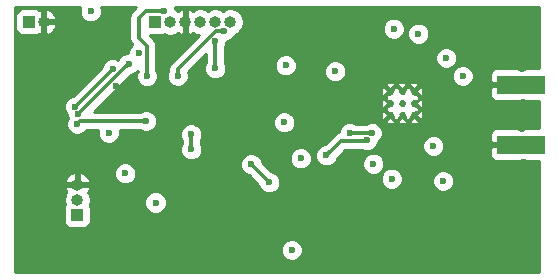
<source format=gbr>
G04 #@! TF.FileFunction,Copper,L4,Bot,Signal*
%FSLAX46Y46*%
G04 Gerber Fmt 4.6, Leading zero omitted, Abs format (unit mm)*
G04 Created by KiCad (PCBNEW 4.0.6) date Mon Mar 20 23:38:24 2017*
%MOMM*%
%LPD*%
G01*
G04 APERTURE LIST*
%ADD10C,0.100000*%
%ADD11R,4.064000X1.524000*%
%ADD12C,0.762000*%
%ADD13C,0.300000*%
%ADD14R,1.000000X1.000000*%
%ADD15O,1.000000X1.000000*%
%ADD16C,0.600000*%
%ADD17C,0.304800*%
%ADD18C,0.250000*%
%ADD19C,0.305000*%
%ADD20C,0.254000*%
G04 APERTURE END LIST*
D10*
D11*
X10033000Y-3291840D03*
X10033000Y1788160D03*
D12*
X11601000Y1448160D03*
X11601000Y2148160D03*
X10601000Y1448160D03*
X9601000Y1448160D03*
X9601000Y2148160D03*
X10601000Y2148160D03*
X11601000Y-2951840D03*
X10601000Y-2951840D03*
X9601000Y-2951840D03*
X9601000Y-3651840D03*
X10601000Y-3651840D03*
X11601000Y-3651840D03*
D13*
X-50800Y228600D03*
X949200Y228600D03*
X949200Y-771400D03*
X-50800Y-771400D03*
X-1050800Y-771400D03*
X-1050800Y1228600D03*
X-50800Y1228600D03*
X949200Y1228600D03*
X-1050800Y228600D03*
D14*
X-31648400Y7112000D03*
D15*
X-30378400Y7112000D03*
D14*
X-20955000Y7112000D03*
D15*
X-19685000Y7112000D03*
X-18415000Y7112000D03*
X-17145000Y7112000D03*
X-15875000Y7112000D03*
X-14605000Y7112000D03*
D14*
X-27559000Y-9220200D03*
D15*
X-27559000Y-7950200D03*
X-27559000Y-6680200D03*
D16*
X7239000Y-1778000D03*
X7239000Y381000D03*
X-25019000Y-13335000D03*
X-3149600Y4661000D03*
X-9017000Y2540000D03*
X8890000Y-11303000D03*
X-24297062Y1691062D03*
X-26416000Y6604000D03*
X-24003000Y-4572000D03*
X-10160000Y-5080000D03*
X-9144000Y-254000D03*
X-8001000Y-1397000D03*
X-2565400Y2768600D03*
X-28676600Y6273800D03*
X-5715000Y2921000D03*
X-26416000Y8001000D03*
X-10033000Y-1397000D03*
X-9906000Y3429000D03*
X-8636000Y-4445000D03*
X3683000Y4064000D03*
X5080000Y2540000D03*
X-23495000Y-5715000D03*
X-24892000Y-2286000D03*
X-22326600Y4445000D03*
X-9398000Y-12192000D03*
X-20928260Y-8178800D03*
X-762000Y6527800D03*
X3429000Y-6350000D03*
X-2489200Y-4902200D03*
X-939800Y-6172200D03*
X1320800Y6121400D03*
X2590800Y-3403600D03*
X-17907000Y-3683000D03*
X-17907000Y-2413000D03*
X-15875000Y3175000D03*
X-15875000Y5461000D03*
X-27752647Y-63567D03*
X-24561800Y3098800D03*
X-23190200Y3581400D03*
X-27482800Y-711200D03*
X-21717000Y-1270000D03*
X-27559000Y-1524000D03*
X-15113000Y6350000D03*
X-19050000Y2540000D03*
X-4495800Y-2286000D03*
X-2616200Y-2286000D03*
X-6477000Y-4191000D03*
X-3048000Y-2921000D03*
X-20193000Y8077200D03*
X-21640800Y2514600D03*
X-11303000Y-6477000D03*
X-12827000Y-4953000D03*
D17*
X-17907000Y-2413000D02*
X-17907000Y-3683000D01*
X-15875000Y5461000D02*
X-15875000Y3175000D01*
X-24561800Y3098800D02*
X-27724167Y-63567D01*
D18*
X-27724167Y-63567D02*
X-27752647Y-63567D01*
X-23393400Y3378200D02*
X-23190200Y3581400D01*
D17*
X-27482800Y-711200D02*
X-23393400Y3378200D01*
X-21717000Y-1270000D02*
X-27305000Y-1270000D01*
X-27305000Y-1270000D02*
X-27559000Y-1524000D01*
D19*
X-19050000Y3106070D02*
X-15806070Y6350000D01*
X-15806070Y6350000D02*
X-15113000Y6350000D01*
X-19050000Y2540000D02*
X-19050000Y3106070D01*
D17*
X-2616200Y-2286000D02*
X-4495800Y-2286000D01*
X-6299200Y-4068100D02*
X-6168100Y-3937000D01*
X-6168100Y-3937000D02*
X-5191200Y-2960100D01*
X-6477000Y-4191000D02*
X-6223000Y-3937000D01*
X-6223000Y-3937000D02*
X-6168100Y-3937000D01*
X-5191200Y-2960100D02*
X-4724400Y-2960100D01*
X-2997200Y-2960100D02*
X-4724400Y-2960100D01*
X-3048000Y-2960100D02*
X-2997200Y-2960100D01*
X-3048000Y-2921000D02*
X-3048000Y-2960100D01*
D18*
X-4724400Y-2960100D02*
X-4865100Y-2960100D01*
D17*
X-20193000Y8077200D02*
X-21717000Y8077200D01*
X-21717000Y8077200D02*
X-22352000Y7442200D01*
X-22352000Y7442200D02*
X-22352000Y5765800D01*
X-22352000Y5765800D02*
X-21640800Y5054600D01*
X-21640800Y5054600D02*
X-21640800Y2514600D01*
X-12827000Y-4953000D02*
X-11303000Y-6477000D01*
D20*
G36*
X-27350838Y8187799D02*
X-27351162Y7815833D01*
X-27209117Y7472057D01*
X-26946327Y7208808D01*
X-26602799Y7066162D01*
X-26230833Y7065838D01*
X-25887057Y7207883D01*
X-25623808Y7470673D01*
X-25481162Y7814201D01*
X-25480838Y8186167D01*
X-25541095Y8332000D01*
X-22575752Y8332000D01*
X-22908776Y7998976D01*
X-23079463Y7743525D01*
X-23139400Y7442200D01*
X-23139400Y5765800D01*
X-23079463Y5464475D01*
X-22908776Y5209024D01*
X-22896742Y5196990D01*
X-23118792Y4975327D01*
X-23261438Y4631799D01*
X-23261538Y4516463D01*
X-23375367Y4516562D01*
X-23719143Y4374517D01*
X-23982392Y4111727D01*
X-24067788Y3906071D01*
X-24375001Y4033638D01*
X-24746967Y4033962D01*
X-25090743Y3891917D01*
X-25353992Y3629127D01*
X-25496638Y3285599D01*
X-25496645Y3277507D01*
X-27902588Y871564D01*
X-27937814Y871595D01*
X-28281590Y729550D01*
X-28544839Y466760D01*
X-28687485Y123232D01*
X-28687809Y-248734D01*
X-28545764Y-592510D01*
X-28417809Y-720689D01*
X-28417962Y-896367D01*
X-28364507Y-1025739D01*
X-28493838Y-1337201D01*
X-28494162Y-1709167D01*
X-28352117Y-2052943D01*
X-28089327Y-2316192D01*
X-27745799Y-2458838D01*
X-27373833Y-2459162D01*
X-27030057Y-2317117D01*
X-26769886Y-2057400D01*
X-25809481Y-2057400D01*
X-25826838Y-2099201D01*
X-25827162Y-2471167D01*
X-25685117Y-2814943D01*
X-25422327Y-3078192D01*
X-25078799Y-3220838D01*
X-24706833Y-3221162D01*
X-24363057Y-3079117D01*
X-24099808Y-2816327D01*
X-24009220Y-2598167D01*
X-18842162Y-2598167D01*
X-18700117Y-2941943D01*
X-18694400Y-2947670D01*
X-18694400Y-3147889D01*
X-18699192Y-3152673D01*
X-18841838Y-3496201D01*
X-18842162Y-3868167D01*
X-18700117Y-4211943D01*
X-18437327Y-4475192D01*
X-18093799Y-4617838D01*
X-17721833Y-4618162D01*
X-17378057Y-4476117D01*
X-17114808Y-4213327D01*
X-16972162Y-3869799D01*
X-16971838Y-3497833D01*
X-17113883Y-3154057D01*
X-17119600Y-3148330D01*
X-17119600Y-2948111D01*
X-17114808Y-2943327D01*
X-16972162Y-2599799D01*
X-16971838Y-2227833D01*
X-17113883Y-1884057D01*
X-17376673Y-1620808D01*
X-17469730Y-1582167D01*
X-10968162Y-1582167D01*
X-10826117Y-1925943D01*
X-10563327Y-2189192D01*
X-10219799Y-2331838D01*
X-9847833Y-2332162D01*
X-9504057Y-2190117D01*
X-9240808Y-1927327D01*
X-9098162Y-1583799D01*
X-9097838Y-1211833D01*
X-9239883Y-868057D01*
X-9449269Y-658305D01*
X-1843149Y-658305D01*
X-1826114Y-970133D01*
X-1739555Y-1179104D01*
X-1554423Y-1168957D01*
X-1156866Y-771400D01*
X-1554423Y-373843D01*
X-1739555Y-363696D01*
X-1843149Y-658305D01*
X-9449269Y-658305D01*
X-9502673Y-604808D01*
X-9846201Y-462162D01*
X-10218167Y-461838D01*
X-10561943Y-603883D01*
X-10825192Y-866673D01*
X-10967838Y-1210201D01*
X-10968162Y-1582167D01*
X-17469730Y-1582167D01*
X-17720201Y-1478162D01*
X-18092167Y-1477838D01*
X-18435943Y-1619883D01*
X-18699192Y-1882673D01*
X-18841838Y-2226201D01*
X-18842162Y-2598167D01*
X-24009220Y-2598167D01*
X-23957162Y-2472799D01*
X-23956838Y-2100833D01*
X-23974784Y-2057400D01*
X-22252111Y-2057400D01*
X-22247327Y-2062192D01*
X-21903799Y-2204838D01*
X-21531833Y-2205162D01*
X-21188057Y-2063117D01*
X-20924808Y-1800327D01*
X-20782162Y-1456799D01*
X-20781838Y-1084833D01*
X-20923883Y-741057D01*
X-21186673Y-477808D01*
X-21530201Y-335162D01*
X-21902167Y-334838D01*
X-22245943Y-476883D01*
X-22251670Y-482600D01*
X-26140648Y-482600D01*
X-25316353Y341695D01*
X-1843149Y341695D01*
X-1826114Y29867D01*
X-1739555Y-179104D01*
X-1554423Y-168957D01*
X-1156866Y228600D01*
X-1554423Y626157D01*
X-1739555Y636304D01*
X-1843149Y341695D01*
X-25316353Y341695D01*
X-24316353Y1341695D01*
X-1843149Y1341695D01*
X-1826114Y1029867D01*
X-1739555Y820896D01*
X-1554423Y831043D01*
X-1468111Y917355D01*
X-1458504Y917355D01*
X-1448357Y732223D01*
X-1444734Y728600D01*
X-1448357Y724977D01*
X-1458504Y539845D01*
X-1163895Y436251D01*
X-1152981Y436847D01*
X-1050800Y334666D01*
X-999888Y385578D01*
X-893822Y279512D01*
X-944734Y228600D01*
X-893822Y177688D01*
X-999888Y71622D01*
X-1050800Y122534D01*
X-1164791Y8543D01*
X-1249533Y3914D01*
X-1458504Y-82645D01*
X-1448357Y-267777D01*
X-1444734Y-271400D01*
X-1448357Y-275023D01*
X-1458504Y-460155D01*
X-1163895Y-563749D01*
X-1152981Y-563153D01*
X-1050800Y-665334D01*
X-999888Y-614422D01*
X-893822Y-720488D01*
X-944734Y-771400D01*
X-830743Y-885391D01*
X-826114Y-970133D01*
X-739555Y-1179104D01*
X-554423Y-1168957D01*
X-550800Y-1165334D01*
X-547177Y-1168957D01*
X-362045Y-1179104D01*
X-258451Y-884495D01*
X-259047Y-873581D01*
X-156866Y-771400D01*
X-207778Y-720488D01*
X-101712Y-614422D01*
X-50800Y-665334D01*
X112Y-614422D01*
X106178Y-720488D01*
X55266Y-771400D01*
X169257Y-885391D01*
X173886Y-970133D01*
X260445Y-1179104D01*
X445577Y-1168957D01*
X449200Y-1165334D01*
X452823Y-1168957D01*
X637955Y-1179104D01*
X741549Y-884495D01*
X740953Y-873581D01*
X843134Y-771400D01*
X1055266Y-771400D01*
X1452823Y-1168957D01*
X1637955Y-1179104D01*
X1741549Y-884495D01*
X1724514Y-572667D01*
X1637955Y-363696D01*
X1452823Y-373843D01*
X1055266Y-771400D01*
X843134Y-771400D01*
X792222Y-720488D01*
X898288Y-614422D01*
X949200Y-665334D01*
X1063191Y-551343D01*
X1147933Y-546714D01*
X1356904Y-460155D01*
X1346757Y-275023D01*
X1343134Y-271400D01*
X1346757Y-267777D01*
X1356904Y-82645D01*
X1062295Y20949D01*
X1051381Y20353D01*
X949200Y122534D01*
X898288Y71622D01*
X792222Y177688D01*
X843134Y228600D01*
X1055266Y228600D01*
X1452823Y-168957D01*
X1637955Y-179104D01*
X1741549Y115505D01*
X1724514Y427333D01*
X1637955Y636304D01*
X1452823Y626157D01*
X1055266Y228600D01*
X843134Y228600D01*
X792222Y279512D01*
X898288Y385578D01*
X949200Y334666D01*
X1063191Y448657D01*
X1147933Y453286D01*
X1356904Y539845D01*
X1346757Y724977D01*
X1343134Y728600D01*
X1346757Y732223D01*
X1356904Y917355D01*
X1062295Y1020949D01*
X1051381Y1020353D01*
X949200Y1122534D01*
X898288Y1071622D01*
X792222Y1177688D01*
X843134Y1228600D01*
X1055266Y1228600D01*
X1452823Y831043D01*
X1637955Y820896D01*
X1741549Y1115505D01*
X1724514Y1427333D01*
X1637955Y1636304D01*
X1452823Y1626157D01*
X1055266Y1228600D01*
X843134Y1228600D01*
X729143Y1342591D01*
X724514Y1427333D01*
X637955Y1636304D01*
X452823Y1626157D01*
X449200Y1622534D01*
X445577Y1626157D01*
X260445Y1636304D01*
X156851Y1341695D01*
X157447Y1330781D01*
X55266Y1228600D01*
X106178Y1177688D01*
X112Y1071622D01*
X-50800Y1122534D01*
X-101712Y1071622D01*
X-207778Y1177688D01*
X-156866Y1228600D01*
X-270857Y1342591D01*
X-275486Y1427333D01*
X-362045Y1636304D01*
X-547177Y1626157D01*
X-550800Y1622534D01*
X-554423Y1626157D01*
X-739555Y1636304D01*
X-843149Y1341695D01*
X-842553Y1330781D01*
X-944734Y1228600D01*
X-893822Y1177688D01*
X-999888Y1071622D01*
X-1050800Y1122534D01*
X-1164791Y1008543D01*
X-1249533Y1003914D01*
X-1458504Y917355D01*
X-1468111Y917355D01*
X-1156866Y1228600D01*
X-1554423Y1626157D01*
X-1739555Y1636304D01*
X-1843149Y1341695D01*
X-24316353Y1341695D01*
X-23011804Y2646244D01*
X-23005033Y2646238D01*
X-22661257Y2788283D01*
X-22453401Y2995776D01*
X-22575638Y2701399D01*
X-22575962Y2329433D01*
X-22433917Y1985657D01*
X-22171127Y1722408D01*
X-21827599Y1579762D01*
X-21455633Y1579438D01*
X-21111857Y1721483D01*
X-20848608Y1984273D01*
X-20705962Y2327801D01*
X-20705939Y2354833D01*
X-19985162Y2354833D01*
X-19843117Y2011057D01*
X-19580327Y1747808D01*
X-19236799Y1605162D01*
X-18864833Y1604838D01*
X-18521057Y1746883D01*
X-18350288Y1917355D01*
X-1458504Y1917355D01*
X-1448357Y1732223D01*
X-1050800Y1334666D01*
X-653243Y1732223D01*
X-643096Y1917355D01*
X-458504Y1917355D01*
X-448357Y1732223D01*
X-50800Y1334666D01*
X346757Y1732223D01*
X356904Y1917355D01*
X541496Y1917355D01*
X551643Y1732223D01*
X949200Y1334666D01*
X1346757Y1732223D01*
X1356904Y1917355D01*
X1062295Y2020949D01*
X750467Y2003914D01*
X541496Y1917355D01*
X356904Y1917355D01*
X62295Y2020949D01*
X-249533Y2003914D01*
X-458504Y1917355D01*
X-643096Y1917355D01*
X-937705Y2020949D01*
X-1249533Y2003914D01*
X-1458504Y1917355D01*
X-18350288Y1917355D01*
X-18257808Y2009673D01*
X-18115162Y2353201D01*
X-18114838Y2725167D01*
X-18174008Y2868369D01*
X-16662400Y4379977D01*
X-16662400Y3710111D01*
X-16667192Y3705327D01*
X-16809838Y3361799D01*
X-16810162Y2989833D01*
X-16668117Y2646057D01*
X-16405327Y2382808D01*
X-16061799Y2240162D01*
X-15689833Y2239838D01*
X-15346057Y2381883D01*
X-15082808Y2644673D01*
X-14940162Y2988201D01*
X-14939940Y3243833D01*
X-10841162Y3243833D01*
X-10699117Y2900057D01*
X-10436327Y2636808D01*
X-10092799Y2494162D01*
X-9720833Y2493838D01*
X-9377057Y2635883D01*
X-9276933Y2735833D01*
X-6650162Y2735833D01*
X-6508117Y2392057D01*
X-6245327Y2128808D01*
X-5901799Y1986162D01*
X-5529833Y1985838D01*
X-5186057Y2127883D01*
X-4958711Y2354833D01*
X4144838Y2354833D01*
X4286883Y2011057D01*
X4549673Y1747808D01*
X4893201Y1605162D01*
X5265167Y1604838D01*
X5608943Y1746883D01*
X5872192Y2009673D01*
X6014838Y2353201D01*
X6015162Y2725167D01*
X5873117Y3068943D01*
X5610327Y3332192D01*
X5266799Y3474838D01*
X4894833Y3475162D01*
X4551057Y3333117D01*
X4287808Y3070327D01*
X4145162Y2726799D01*
X4144838Y2354833D01*
X-4958711Y2354833D01*
X-4922808Y2390673D01*
X-4780162Y2734201D01*
X-4779838Y3106167D01*
X-4921883Y3449943D01*
X-5184673Y3713192D01*
X-5528201Y3855838D01*
X-5900167Y3856162D01*
X-6243943Y3714117D01*
X-6507192Y3451327D01*
X-6649838Y3107799D01*
X-6650162Y2735833D01*
X-9276933Y2735833D01*
X-9113808Y2898673D01*
X-8971162Y3242201D01*
X-8970838Y3614167D01*
X-9080195Y3878833D01*
X2747838Y3878833D01*
X2889883Y3535057D01*
X3152673Y3271808D01*
X3496201Y3129162D01*
X3868167Y3128838D01*
X4211943Y3270883D01*
X4475192Y3533673D01*
X4617838Y3877201D01*
X4618162Y4249167D01*
X4476117Y4592943D01*
X4213327Y4856192D01*
X3869799Y4998838D01*
X3497833Y4999162D01*
X3154057Y4857117D01*
X2890808Y4594327D01*
X2748162Y4250799D01*
X2747838Y3878833D01*
X-9080195Y3878833D01*
X-9112883Y3957943D01*
X-9375673Y4221192D01*
X-9719201Y4363838D01*
X-10091167Y4364162D01*
X-10434943Y4222117D01*
X-10698192Y3959327D01*
X-10840838Y3615799D01*
X-10841162Y3243833D01*
X-14939940Y3243833D01*
X-14939838Y3360167D01*
X-15081883Y3703943D01*
X-15087600Y3709670D01*
X-15087600Y4925889D01*
X-15082808Y4930673D01*
X-14940162Y5274201D01*
X-14940039Y5414849D01*
X-14927833Y5414838D01*
X-14584057Y5556883D01*
X-14320808Y5819673D01*
X-14234076Y6028546D01*
X-14170654Y6041161D01*
X-13802434Y6287198D01*
X-13765394Y6342633D01*
X-1697162Y6342633D01*
X-1555117Y5998857D01*
X-1292327Y5735608D01*
X-948799Y5592962D01*
X-576833Y5592638D01*
X-233057Y5734683D01*
X-31155Y5936233D01*
X385638Y5936233D01*
X527683Y5592457D01*
X790473Y5329208D01*
X1134001Y5186562D01*
X1505967Y5186238D01*
X1849743Y5328283D01*
X2112992Y5591073D01*
X2255638Y5934601D01*
X2255962Y6306567D01*
X2113917Y6650343D01*
X1851127Y6913592D01*
X1507599Y7056238D01*
X1135633Y7056562D01*
X791857Y6914517D01*
X528608Y6651727D01*
X385962Y6308199D01*
X385638Y5936233D01*
X-31155Y5936233D01*
X30192Y5997473D01*
X172838Y6341001D01*
X173162Y6712967D01*
X31117Y7056743D01*
X-231673Y7319992D01*
X-575201Y7462638D01*
X-947167Y7462962D01*
X-1290943Y7320917D01*
X-1554192Y7058127D01*
X-1696838Y6714599D01*
X-1697162Y6342633D01*
X-13765394Y6342633D01*
X-13556397Y6655418D01*
X-13470000Y7089764D01*
X-13470000Y7134236D01*
X-13556397Y7568582D01*
X-13802434Y7936802D01*
X-14170654Y8182839D01*
X-14605000Y8269236D01*
X-15039346Y8182839D01*
X-15240000Y8048766D01*
X-15440654Y8182839D01*
X-15875000Y8269236D01*
X-16309346Y8182839D01*
X-16510000Y8048766D01*
X-16710654Y8182839D01*
X-17145000Y8269236D01*
X-17579346Y8182839D01*
X-17789304Y8042549D01*
X-17854791Y8099127D01*
X-18113126Y8206119D01*
X-18288000Y8079954D01*
X-18288000Y7239000D01*
X-18268000Y7239000D01*
X-18268000Y7194564D01*
X-18280000Y7134236D01*
X-18280000Y7089764D01*
X-18268000Y7029436D01*
X-18268000Y6985000D01*
X-18288000Y6985000D01*
X-18288000Y6144046D01*
X-18113126Y6017881D01*
X-17854791Y6124873D01*
X-17789304Y6181451D01*
X-17579346Y6041161D01*
X-17286795Y5982969D01*
X-19606847Y3662917D01*
X-19777555Y3407433D01*
X-19837501Y3106070D01*
X-19837500Y3106065D01*
X-19837500Y3075011D01*
X-19842192Y3070327D01*
X-19984838Y2726799D01*
X-19985162Y2354833D01*
X-20705939Y2354833D01*
X-20705638Y2699767D01*
X-20847683Y3043543D01*
X-20853400Y3049270D01*
X-20853400Y5054600D01*
X-20913337Y5355925D01*
X-21084024Y5611376D01*
X-21437208Y5964560D01*
X-20455000Y5964560D01*
X-20219683Y6008838D01*
X-20143927Y6057586D01*
X-20119346Y6041161D01*
X-19685000Y5954764D01*
X-19250654Y6041161D01*
X-19040696Y6181451D01*
X-18975209Y6124873D01*
X-18716874Y6017881D01*
X-18542000Y6144046D01*
X-18542000Y6985000D01*
X-18562000Y6985000D01*
X-18562000Y7029436D01*
X-18550000Y7089764D01*
X-18550000Y7134236D01*
X-18562000Y7194564D01*
X-18562000Y7239000D01*
X-18542000Y7239000D01*
X-18542000Y8079954D01*
X-18716874Y8206119D01*
X-18975209Y8099127D01*
X-19040696Y8042549D01*
X-19250654Y8182839D01*
X-19257906Y8184282D01*
X-19257838Y8262367D01*
X-19286610Y8332000D01*
X11507000Y8332000D01*
X11507000Y3185160D01*
X10318750Y3185160D01*
X10250855Y3117265D01*
X10100799Y3055111D01*
X9772464Y3159946D01*
X9747250Y3185160D01*
X7874691Y3185160D01*
X7641302Y3088487D01*
X7462673Y2909859D01*
X7366000Y2676470D01*
X7366000Y2073910D01*
X7524750Y1915160D01*
X8600970Y1915160D01*
X8605435Y1861895D01*
X8639958Y1778549D01*
X8602476Y1661160D01*
X7524750Y1661160D01*
X7366000Y1502410D01*
X7366000Y899850D01*
X7462673Y666461D01*
X7641302Y487833D01*
X7874691Y391160D01*
X9747250Y391160D01*
X9801494Y445404D01*
X9887265Y452595D01*
X10101201Y541209D01*
X10200362Y509548D01*
X10318750Y391160D01*
X11507000Y391160D01*
X11507000Y-1894840D01*
X10318750Y-1894840D01*
X10216714Y-1996876D01*
X10100799Y-2044889D01*
X9801845Y-1949435D01*
X9747250Y-1894840D01*
X7874691Y-1894840D01*
X7641302Y-1991513D01*
X7462673Y-2170141D01*
X7366000Y-2403530D01*
X7366000Y-3006090D01*
X7524750Y-3164840D01*
X8599293Y-3164840D01*
X8605435Y-3238105D01*
X8639958Y-3321451D01*
X8608862Y-3418840D01*
X7524750Y-3418840D01*
X7366000Y-3577590D01*
X7366000Y-4180150D01*
X7462673Y-4413539D01*
X7641302Y-4592167D01*
X7874691Y-4688840D01*
X9747250Y-4688840D01*
X9779664Y-4656426D01*
X9887265Y-4647405D01*
X10101201Y-4558791D01*
X10229744Y-4599834D01*
X10318750Y-4688840D01*
X11507000Y-4688840D01*
X11507000Y-14047000D01*
X-32843000Y-14047000D01*
X-32843000Y-12377167D01*
X-10333162Y-12377167D01*
X-10191117Y-12720943D01*
X-9928327Y-12984192D01*
X-9584799Y-13126838D01*
X-9212833Y-13127162D01*
X-8869057Y-12985117D01*
X-8605808Y-12722327D01*
X-8463162Y-12378799D01*
X-8462838Y-12006833D01*
X-8604883Y-11663057D01*
X-8867673Y-11399808D01*
X-9211201Y-11257162D01*
X-9583167Y-11256838D01*
X-9926943Y-11398883D01*
X-10190192Y-11661673D01*
X-10332838Y-12005201D01*
X-10333162Y-12377167D01*
X-32843000Y-12377167D01*
X-32843000Y-7950200D01*
X-28716236Y-7950200D01*
X-28629839Y-8384546D01*
X-28614195Y-8407959D01*
X-28655431Y-8468310D01*
X-28706440Y-8720200D01*
X-28706440Y-9720200D01*
X-28662162Y-9955517D01*
X-28523090Y-10171641D01*
X-28310890Y-10316631D01*
X-28059000Y-10367640D01*
X-27059000Y-10367640D01*
X-26823683Y-10323362D01*
X-26607559Y-10184290D01*
X-26462569Y-9972090D01*
X-26411560Y-9720200D01*
X-26411560Y-8720200D01*
X-26455838Y-8484883D01*
X-26504586Y-8409127D01*
X-26488161Y-8384546D01*
X-26484068Y-8363967D01*
X-21863422Y-8363967D01*
X-21721377Y-8707743D01*
X-21458587Y-8970992D01*
X-21115059Y-9113638D01*
X-20743093Y-9113962D01*
X-20399317Y-8971917D01*
X-20136068Y-8709127D01*
X-19993422Y-8365599D01*
X-19993098Y-7993633D01*
X-20135143Y-7649857D01*
X-20397933Y-7386608D01*
X-20741461Y-7243962D01*
X-21113427Y-7243638D01*
X-21457203Y-7385683D01*
X-21720452Y-7648473D01*
X-21863098Y-7992001D01*
X-21863422Y-8363967D01*
X-26484068Y-8363967D01*
X-26401764Y-7950200D01*
X-26488161Y-7515854D01*
X-26628451Y-7305896D01*
X-26571873Y-7240409D01*
X-26464881Y-6982074D01*
X-26591046Y-6807200D01*
X-27432000Y-6807200D01*
X-27432000Y-6827200D01*
X-27476436Y-6827200D01*
X-27536764Y-6815200D01*
X-27581236Y-6815200D01*
X-27641564Y-6827200D01*
X-27686000Y-6827200D01*
X-27686000Y-6807200D01*
X-28526954Y-6807200D01*
X-28653119Y-6982074D01*
X-28546127Y-7240409D01*
X-28489549Y-7305896D01*
X-28629839Y-7515854D01*
X-28716236Y-7950200D01*
X-32843000Y-7950200D01*
X-32843000Y-6378326D01*
X-28653119Y-6378326D01*
X-28526954Y-6553200D01*
X-27686000Y-6553200D01*
X-27686000Y-5711065D01*
X-27432000Y-5711065D01*
X-27432000Y-6553200D01*
X-26591046Y-6553200D01*
X-26464881Y-6378326D01*
X-26571873Y-6119991D01*
X-26761790Y-5900167D01*
X-24430162Y-5900167D01*
X-24288117Y-6243943D01*
X-24025327Y-6507192D01*
X-23681799Y-6649838D01*
X-23309833Y-6650162D01*
X-22966057Y-6508117D01*
X-22702808Y-6245327D01*
X-22560162Y-5901799D01*
X-22559838Y-5529833D01*
X-22701883Y-5186057D01*
X-22749689Y-5138167D01*
X-13762162Y-5138167D01*
X-13620117Y-5481943D01*
X-13357327Y-5745192D01*
X-13013799Y-5887838D01*
X-13005707Y-5887845D01*
X-12238156Y-6655396D01*
X-12238162Y-6662167D01*
X-12096117Y-7005943D01*
X-11833327Y-7269192D01*
X-11489799Y-7411838D01*
X-11117833Y-7412162D01*
X-10774057Y-7270117D01*
X-10510808Y-7007327D01*
X-10368162Y-6663799D01*
X-10367896Y-6357367D01*
X-1874962Y-6357367D01*
X-1732917Y-6701143D01*
X-1470127Y-6964392D01*
X-1126599Y-7107038D01*
X-754633Y-7107362D01*
X-410857Y-6965317D01*
X-147608Y-6702527D01*
X-78114Y-6535167D01*
X2493838Y-6535167D01*
X2635883Y-6878943D01*
X2898673Y-7142192D01*
X3242201Y-7284838D01*
X3614167Y-7285162D01*
X3957943Y-7143117D01*
X4221192Y-6880327D01*
X4363838Y-6536799D01*
X4364162Y-6164833D01*
X4222117Y-5821057D01*
X3959327Y-5557808D01*
X3615799Y-5415162D01*
X3243833Y-5414838D01*
X2900057Y-5556883D01*
X2636808Y-5819673D01*
X2494162Y-6163201D01*
X2493838Y-6535167D01*
X-78114Y-6535167D01*
X-4962Y-6358999D01*
X-4638Y-5987033D01*
X-146683Y-5643257D01*
X-409473Y-5380008D01*
X-753001Y-5237362D01*
X-1124967Y-5237038D01*
X-1468743Y-5379083D01*
X-1731992Y-5641873D01*
X-1874638Y-5985401D01*
X-1874962Y-6357367D01*
X-10367896Y-6357367D01*
X-10367838Y-6291833D01*
X-10509883Y-5948057D01*
X-10772673Y-5684808D01*
X-11116201Y-5542162D01*
X-11124293Y-5542155D01*
X-11891844Y-4774604D01*
X-11891838Y-4767833D01*
X-11948720Y-4630167D01*
X-9571162Y-4630167D01*
X-9429117Y-4973943D01*
X-9166327Y-5237192D01*
X-8822799Y-5379838D01*
X-8450833Y-5380162D01*
X-8107057Y-5238117D01*
X-7843808Y-4975327D01*
X-7701162Y-4631799D01*
X-7700940Y-4376167D01*
X-7412162Y-4376167D01*
X-7270117Y-4719943D01*
X-7007327Y-4983192D01*
X-6663799Y-5125838D01*
X-6291833Y-5126162D01*
X-6197942Y-5087367D01*
X-3424362Y-5087367D01*
X-3282317Y-5431143D01*
X-3019527Y-5694392D01*
X-2675999Y-5837038D01*
X-2304033Y-5837362D01*
X-1960257Y-5695317D01*
X-1697008Y-5432527D01*
X-1554362Y-5088999D01*
X-1554038Y-4717033D01*
X-1696083Y-4373257D01*
X-1958873Y-4110008D01*
X-2302401Y-3967362D01*
X-2674367Y-3967038D01*
X-3018143Y-4109083D01*
X-3281392Y-4371873D01*
X-3424038Y-4715401D01*
X-3424362Y-5087367D01*
X-6197942Y-5087367D01*
X-5948057Y-4984117D01*
X-5684808Y-4721327D01*
X-5575405Y-4457857D01*
X-4865048Y-3747500D01*
X-3495705Y-3747500D01*
X-3234799Y-3855838D01*
X-2862833Y-3856162D01*
X-2519057Y-3714117D01*
X-2393489Y-3588767D01*
X1655638Y-3588767D01*
X1797683Y-3932543D01*
X2060473Y-4195792D01*
X2404001Y-4338438D01*
X2775967Y-4338762D01*
X3119743Y-4196717D01*
X3382992Y-3933927D01*
X3525638Y-3590399D01*
X3525962Y-3218433D01*
X3383917Y-2874657D01*
X3121127Y-2611408D01*
X2777599Y-2468762D01*
X2405633Y-2468438D01*
X2061857Y-2610483D01*
X1798608Y-2873273D01*
X1655962Y-3216801D01*
X1655638Y-3588767D01*
X-2393489Y-3588767D01*
X-2255808Y-3451327D01*
X-2113162Y-3107799D01*
X-2113146Y-3089814D01*
X-2087257Y-3079117D01*
X-1824008Y-2816327D01*
X-1681362Y-2472799D01*
X-1681038Y-2100833D01*
X-1823083Y-1757057D01*
X-2085873Y-1493808D01*
X-2166918Y-1460155D01*
X-1458504Y-1460155D01*
X-1163895Y-1563749D01*
X-852067Y-1546714D01*
X-643096Y-1460155D01*
X-458504Y-1460155D01*
X-163895Y-1563749D01*
X147933Y-1546714D01*
X356904Y-1460155D01*
X541496Y-1460155D01*
X836105Y-1563749D01*
X1147933Y-1546714D01*
X1356904Y-1460155D01*
X1346757Y-1275023D01*
X949200Y-877466D01*
X551643Y-1275023D01*
X541496Y-1460155D01*
X356904Y-1460155D01*
X346757Y-1275023D01*
X-50800Y-877466D01*
X-448357Y-1275023D01*
X-458504Y-1460155D01*
X-643096Y-1460155D01*
X-653243Y-1275023D01*
X-1050800Y-877466D01*
X-1448357Y-1275023D01*
X-1458504Y-1460155D01*
X-2166918Y-1460155D01*
X-2429401Y-1351162D01*
X-2801367Y-1350838D01*
X-3145143Y-1492883D01*
X-3150870Y-1498600D01*
X-3960689Y-1498600D01*
X-3965473Y-1493808D01*
X-4309001Y-1351162D01*
X-4680967Y-1350838D01*
X-5024743Y-1492883D01*
X-5287992Y-1755673D01*
X-5430638Y-2099201D01*
X-5430744Y-2220348D01*
X-5492525Y-2232637D01*
X-5747976Y-2403324D01*
X-6600544Y-3255892D01*
X-6662167Y-3255838D01*
X-7005943Y-3397883D01*
X-7269192Y-3660673D01*
X-7411838Y-4004201D01*
X-7412162Y-4376167D01*
X-7700940Y-4376167D01*
X-7700838Y-4259833D01*
X-7842883Y-3916057D01*
X-8105673Y-3652808D01*
X-8449201Y-3510162D01*
X-8821167Y-3509838D01*
X-9164943Y-3651883D01*
X-9428192Y-3914673D01*
X-9570838Y-4258201D01*
X-9571162Y-4630167D01*
X-11948720Y-4630167D01*
X-12033883Y-4424057D01*
X-12296673Y-4160808D01*
X-12640201Y-4018162D01*
X-13012167Y-4017838D01*
X-13355943Y-4159883D01*
X-13619192Y-4422673D01*
X-13761838Y-4766201D01*
X-13762162Y-5138167D01*
X-22749689Y-5138167D01*
X-22964673Y-4922808D01*
X-23308201Y-4780162D01*
X-23680167Y-4779838D01*
X-24023943Y-4921883D01*
X-24287192Y-5184673D01*
X-24429838Y-5528201D01*
X-24430162Y-5900167D01*
X-26761790Y-5900167D01*
X-26861396Y-5784877D01*
X-27257123Y-5586068D01*
X-27432000Y-5711065D01*
X-27686000Y-5711065D01*
X-27860877Y-5586068D01*
X-28256604Y-5784877D01*
X-28546127Y-6119991D01*
X-28653119Y-6378326D01*
X-32843000Y-6378326D01*
X-32843000Y7612000D01*
X-32795840Y7612000D01*
X-32795840Y6612000D01*
X-32751562Y6376683D01*
X-32612490Y6160559D01*
X-32400290Y6015569D01*
X-32148400Y5964560D01*
X-31148400Y5964560D01*
X-30913083Y6008838D01*
X-30813368Y6073003D01*
X-30680274Y6017881D01*
X-30505400Y6144046D01*
X-30505400Y6590075D01*
X-30500960Y6612000D01*
X-30500960Y6985000D01*
X-30251400Y6985000D01*
X-30251400Y6144046D01*
X-30076526Y6017881D01*
X-29818191Y6124873D01*
X-29483077Y6414396D01*
X-29284268Y6810123D01*
X-29409265Y6985000D01*
X-30251400Y6985000D01*
X-30500960Y6985000D01*
X-30500960Y7612000D01*
X-30505400Y7635597D01*
X-30505400Y8079954D01*
X-30251400Y8079954D01*
X-30251400Y7239000D01*
X-29409265Y7239000D01*
X-29284268Y7413877D01*
X-29483077Y7809604D01*
X-29818191Y8099127D01*
X-30076526Y8206119D01*
X-30251400Y8079954D01*
X-30505400Y8079954D01*
X-30680274Y8206119D01*
X-30812798Y8151233D01*
X-30896510Y8208431D01*
X-31148400Y8259440D01*
X-32148400Y8259440D01*
X-32383717Y8215162D01*
X-32599841Y8076090D01*
X-32744831Y7863890D01*
X-32795840Y7612000D01*
X-32843000Y7612000D01*
X-32843000Y8332000D01*
X-27290960Y8332000D01*
X-27350838Y8187799D01*
X-27350838Y8187799D01*
G37*
X-27350838Y8187799D02*
X-27351162Y7815833D01*
X-27209117Y7472057D01*
X-26946327Y7208808D01*
X-26602799Y7066162D01*
X-26230833Y7065838D01*
X-25887057Y7207883D01*
X-25623808Y7470673D01*
X-25481162Y7814201D01*
X-25480838Y8186167D01*
X-25541095Y8332000D01*
X-22575752Y8332000D01*
X-22908776Y7998976D01*
X-23079463Y7743525D01*
X-23139400Y7442200D01*
X-23139400Y5765800D01*
X-23079463Y5464475D01*
X-22908776Y5209024D01*
X-22896742Y5196990D01*
X-23118792Y4975327D01*
X-23261438Y4631799D01*
X-23261538Y4516463D01*
X-23375367Y4516562D01*
X-23719143Y4374517D01*
X-23982392Y4111727D01*
X-24067788Y3906071D01*
X-24375001Y4033638D01*
X-24746967Y4033962D01*
X-25090743Y3891917D01*
X-25353992Y3629127D01*
X-25496638Y3285599D01*
X-25496645Y3277507D01*
X-27902588Y871564D01*
X-27937814Y871595D01*
X-28281590Y729550D01*
X-28544839Y466760D01*
X-28687485Y123232D01*
X-28687809Y-248734D01*
X-28545764Y-592510D01*
X-28417809Y-720689D01*
X-28417962Y-896367D01*
X-28364507Y-1025739D01*
X-28493838Y-1337201D01*
X-28494162Y-1709167D01*
X-28352117Y-2052943D01*
X-28089327Y-2316192D01*
X-27745799Y-2458838D01*
X-27373833Y-2459162D01*
X-27030057Y-2317117D01*
X-26769886Y-2057400D01*
X-25809481Y-2057400D01*
X-25826838Y-2099201D01*
X-25827162Y-2471167D01*
X-25685117Y-2814943D01*
X-25422327Y-3078192D01*
X-25078799Y-3220838D01*
X-24706833Y-3221162D01*
X-24363057Y-3079117D01*
X-24099808Y-2816327D01*
X-24009220Y-2598167D01*
X-18842162Y-2598167D01*
X-18700117Y-2941943D01*
X-18694400Y-2947670D01*
X-18694400Y-3147889D01*
X-18699192Y-3152673D01*
X-18841838Y-3496201D01*
X-18842162Y-3868167D01*
X-18700117Y-4211943D01*
X-18437327Y-4475192D01*
X-18093799Y-4617838D01*
X-17721833Y-4618162D01*
X-17378057Y-4476117D01*
X-17114808Y-4213327D01*
X-16972162Y-3869799D01*
X-16971838Y-3497833D01*
X-17113883Y-3154057D01*
X-17119600Y-3148330D01*
X-17119600Y-2948111D01*
X-17114808Y-2943327D01*
X-16972162Y-2599799D01*
X-16971838Y-2227833D01*
X-17113883Y-1884057D01*
X-17376673Y-1620808D01*
X-17469730Y-1582167D01*
X-10968162Y-1582167D01*
X-10826117Y-1925943D01*
X-10563327Y-2189192D01*
X-10219799Y-2331838D01*
X-9847833Y-2332162D01*
X-9504057Y-2190117D01*
X-9240808Y-1927327D01*
X-9098162Y-1583799D01*
X-9097838Y-1211833D01*
X-9239883Y-868057D01*
X-9449269Y-658305D01*
X-1843149Y-658305D01*
X-1826114Y-970133D01*
X-1739555Y-1179104D01*
X-1554423Y-1168957D01*
X-1156866Y-771400D01*
X-1554423Y-373843D01*
X-1739555Y-363696D01*
X-1843149Y-658305D01*
X-9449269Y-658305D01*
X-9502673Y-604808D01*
X-9846201Y-462162D01*
X-10218167Y-461838D01*
X-10561943Y-603883D01*
X-10825192Y-866673D01*
X-10967838Y-1210201D01*
X-10968162Y-1582167D01*
X-17469730Y-1582167D01*
X-17720201Y-1478162D01*
X-18092167Y-1477838D01*
X-18435943Y-1619883D01*
X-18699192Y-1882673D01*
X-18841838Y-2226201D01*
X-18842162Y-2598167D01*
X-24009220Y-2598167D01*
X-23957162Y-2472799D01*
X-23956838Y-2100833D01*
X-23974784Y-2057400D01*
X-22252111Y-2057400D01*
X-22247327Y-2062192D01*
X-21903799Y-2204838D01*
X-21531833Y-2205162D01*
X-21188057Y-2063117D01*
X-20924808Y-1800327D01*
X-20782162Y-1456799D01*
X-20781838Y-1084833D01*
X-20923883Y-741057D01*
X-21186673Y-477808D01*
X-21530201Y-335162D01*
X-21902167Y-334838D01*
X-22245943Y-476883D01*
X-22251670Y-482600D01*
X-26140648Y-482600D01*
X-25316353Y341695D01*
X-1843149Y341695D01*
X-1826114Y29867D01*
X-1739555Y-179104D01*
X-1554423Y-168957D01*
X-1156866Y228600D01*
X-1554423Y626157D01*
X-1739555Y636304D01*
X-1843149Y341695D01*
X-25316353Y341695D01*
X-24316353Y1341695D01*
X-1843149Y1341695D01*
X-1826114Y1029867D01*
X-1739555Y820896D01*
X-1554423Y831043D01*
X-1468111Y917355D01*
X-1458504Y917355D01*
X-1448357Y732223D01*
X-1444734Y728600D01*
X-1448357Y724977D01*
X-1458504Y539845D01*
X-1163895Y436251D01*
X-1152981Y436847D01*
X-1050800Y334666D01*
X-999888Y385578D01*
X-893822Y279512D01*
X-944734Y228600D01*
X-893822Y177688D01*
X-999888Y71622D01*
X-1050800Y122534D01*
X-1164791Y8543D01*
X-1249533Y3914D01*
X-1458504Y-82645D01*
X-1448357Y-267777D01*
X-1444734Y-271400D01*
X-1448357Y-275023D01*
X-1458504Y-460155D01*
X-1163895Y-563749D01*
X-1152981Y-563153D01*
X-1050800Y-665334D01*
X-999888Y-614422D01*
X-893822Y-720488D01*
X-944734Y-771400D01*
X-830743Y-885391D01*
X-826114Y-970133D01*
X-739555Y-1179104D01*
X-554423Y-1168957D01*
X-550800Y-1165334D01*
X-547177Y-1168957D01*
X-362045Y-1179104D01*
X-258451Y-884495D01*
X-259047Y-873581D01*
X-156866Y-771400D01*
X-207778Y-720488D01*
X-101712Y-614422D01*
X-50800Y-665334D01*
X112Y-614422D01*
X106178Y-720488D01*
X55266Y-771400D01*
X169257Y-885391D01*
X173886Y-970133D01*
X260445Y-1179104D01*
X445577Y-1168957D01*
X449200Y-1165334D01*
X452823Y-1168957D01*
X637955Y-1179104D01*
X741549Y-884495D01*
X740953Y-873581D01*
X843134Y-771400D01*
X1055266Y-771400D01*
X1452823Y-1168957D01*
X1637955Y-1179104D01*
X1741549Y-884495D01*
X1724514Y-572667D01*
X1637955Y-363696D01*
X1452823Y-373843D01*
X1055266Y-771400D01*
X843134Y-771400D01*
X792222Y-720488D01*
X898288Y-614422D01*
X949200Y-665334D01*
X1063191Y-551343D01*
X1147933Y-546714D01*
X1356904Y-460155D01*
X1346757Y-275023D01*
X1343134Y-271400D01*
X1346757Y-267777D01*
X1356904Y-82645D01*
X1062295Y20949D01*
X1051381Y20353D01*
X949200Y122534D01*
X898288Y71622D01*
X792222Y177688D01*
X843134Y228600D01*
X1055266Y228600D01*
X1452823Y-168957D01*
X1637955Y-179104D01*
X1741549Y115505D01*
X1724514Y427333D01*
X1637955Y636304D01*
X1452823Y626157D01*
X1055266Y228600D01*
X843134Y228600D01*
X792222Y279512D01*
X898288Y385578D01*
X949200Y334666D01*
X1063191Y448657D01*
X1147933Y453286D01*
X1356904Y539845D01*
X1346757Y724977D01*
X1343134Y728600D01*
X1346757Y732223D01*
X1356904Y917355D01*
X1062295Y1020949D01*
X1051381Y1020353D01*
X949200Y1122534D01*
X898288Y1071622D01*
X792222Y1177688D01*
X843134Y1228600D01*
X1055266Y1228600D01*
X1452823Y831043D01*
X1637955Y820896D01*
X1741549Y1115505D01*
X1724514Y1427333D01*
X1637955Y1636304D01*
X1452823Y1626157D01*
X1055266Y1228600D01*
X843134Y1228600D01*
X729143Y1342591D01*
X724514Y1427333D01*
X637955Y1636304D01*
X452823Y1626157D01*
X449200Y1622534D01*
X445577Y1626157D01*
X260445Y1636304D01*
X156851Y1341695D01*
X157447Y1330781D01*
X55266Y1228600D01*
X106178Y1177688D01*
X112Y1071622D01*
X-50800Y1122534D01*
X-101712Y1071622D01*
X-207778Y1177688D01*
X-156866Y1228600D01*
X-270857Y1342591D01*
X-275486Y1427333D01*
X-362045Y1636304D01*
X-547177Y1626157D01*
X-550800Y1622534D01*
X-554423Y1626157D01*
X-739555Y1636304D01*
X-843149Y1341695D01*
X-842553Y1330781D01*
X-944734Y1228600D01*
X-893822Y1177688D01*
X-999888Y1071622D01*
X-1050800Y1122534D01*
X-1164791Y1008543D01*
X-1249533Y1003914D01*
X-1458504Y917355D01*
X-1468111Y917355D01*
X-1156866Y1228600D01*
X-1554423Y1626157D01*
X-1739555Y1636304D01*
X-1843149Y1341695D01*
X-24316353Y1341695D01*
X-23011804Y2646244D01*
X-23005033Y2646238D01*
X-22661257Y2788283D01*
X-22453401Y2995776D01*
X-22575638Y2701399D01*
X-22575962Y2329433D01*
X-22433917Y1985657D01*
X-22171127Y1722408D01*
X-21827599Y1579762D01*
X-21455633Y1579438D01*
X-21111857Y1721483D01*
X-20848608Y1984273D01*
X-20705962Y2327801D01*
X-20705939Y2354833D01*
X-19985162Y2354833D01*
X-19843117Y2011057D01*
X-19580327Y1747808D01*
X-19236799Y1605162D01*
X-18864833Y1604838D01*
X-18521057Y1746883D01*
X-18350288Y1917355D01*
X-1458504Y1917355D01*
X-1448357Y1732223D01*
X-1050800Y1334666D01*
X-653243Y1732223D01*
X-643096Y1917355D01*
X-458504Y1917355D01*
X-448357Y1732223D01*
X-50800Y1334666D01*
X346757Y1732223D01*
X356904Y1917355D01*
X541496Y1917355D01*
X551643Y1732223D01*
X949200Y1334666D01*
X1346757Y1732223D01*
X1356904Y1917355D01*
X1062295Y2020949D01*
X750467Y2003914D01*
X541496Y1917355D01*
X356904Y1917355D01*
X62295Y2020949D01*
X-249533Y2003914D01*
X-458504Y1917355D01*
X-643096Y1917355D01*
X-937705Y2020949D01*
X-1249533Y2003914D01*
X-1458504Y1917355D01*
X-18350288Y1917355D01*
X-18257808Y2009673D01*
X-18115162Y2353201D01*
X-18114838Y2725167D01*
X-18174008Y2868369D01*
X-16662400Y4379977D01*
X-16662400Y3710111D01*
X-16667192Y3705327D01*
X-16809838Y3361799D01*
X-16810162Y2989833D01*
X-16668117Y2646057D01*
X-16405327Y2382808D01*
X-16061799Y2240162D01*
X-15689833Y2239838D01*
X-15346057Y2381883D01*
X-15082808Y2644673D01*
X-14940162Y2988201D01*
X-14939940Y3243833D01*
X-10841162Y3243833D01*
X-10699117Y2900057D01*
X-10436327Y2636808D01*
X-10092799Y2494162D01*
X-9720833Y2493838D01*
X-9377057Y2635883D01*
X-9276933Y2735833D01*
X-6650162Y2735833D01*
X-6508117Y2392057D01*
X-6245327Y2128808D01*
X-5901799Y1986162D01*
X-5529833Y1985838D01*
X-5186057Y2127883D01*
X-4958711Y2354833D01*
X4144838Y2354833D01*
X4286883Y2011057D01*
X4549673Y1747808D01*
X4893201Y1605162D01*
X5265167Y1604838D01*
X5608943Y1746883D01*
X5872192Y2009673D01*
X6014838Y2353201D01*
X6015162Y2725167D01*
X5873117Y3068943D01*
X5610327Y3332192D01*
X5266799Y3474838D01*
X4894833Y3475162D01*
X4551057Y3333117D01*
X4287808Y3070327D01*
X4145162Y2726799D01*
X4144838Y2354833D01*
X-4958711Y2354833D01*
X-4922808Y2390673D01*
X-4780162Y2734201D01*
X-4779838Y3106167D01*
X-4921883Y3449943D01*
X-5184673Y3713192D01*
X-5528201Y3855838D01*
X-5900167Y3856162D01*
X-6243943Y3714117D01*
X-6507192Y3451327D01*
X-6649838Y3107799D01*
X-6650162Y2735833D01*
X-9276933Y2735833D01*
X-9113808Y2898673D01*
X-8971162Y3242201D01*
X-8970838Y3614167D01*
X-9080195Y3878833D01*
X2747838Y3878833D01*
X2889883Y3535057D01*
X3152673Y3271808D01*
X3496201Y3129162D01*
X3868167Y3128838D01*
X4211943Y3270883D01*
X4475192Y3533673D01*
X4617838Y3877201D01*
X4618162Y4249167D01*
X4476117Y4592943D01*
X4213327Y4856192D01*
X3869799Y4998838D01*
X3497833Y4999162D01*
X3154057Y4857117D01*
X2890808Y4594327D01*
X2748162Y4250799D01*
X2747838Y3878833D01*
X-9080195Y3878833D01*
X-9112883Y3957943D01*
X-9375673Y4221192D01*
X-9719201Y4363838D01*
X-10091167Y4364162D01*
X-10434943Y4222117D01*
X-10698192Y3959327D01*
X-10840838Y3615799D01*
X-10841162Y3243833D01*
X-14939940Y3243833D01*
X-14939838Y3360167D01*
X-15081883Y3703943D01*
X-15087600Y3709670D01*
X-15087600Y4925889D01*
X-15082808Y4930673D01*
X-14940162Y5274201D01*
X-14940039Y5414849D01*
X-14927833Y5414838D01*
X-14584057Y5556883D01*
X-14320808Y5819673D01*
X-14234076Y6028546D01*
X-14170654Y6041161D01*
X-13802434Y6287198D01*
X-13765394Y6342633D01*
X-1697162Y6342633D01*
X-1555117Y5998857D01*
X-1292327Y5735608D01*
X-948799Y5592962D01*
X-576833Y5592638D01*
X-233057Y5734683D01*
X-31155Y5936233D01*
X385638Y5936233D01*
X527683Y5592457D01*
X790473Y5329208D01*
X1134001Y5186562D01*
X1505967Y5186238D01*
X1849743Y5328283D01*
X2112992Y5591073D01*
X2255638Y5934601D01*
X2255962Y6306567D01*
X2113917Y6650343D01*
X1851127Y6913592D01*
X1507599Y7056238D01*
X1135633Y7056562D01*
X791857Y6914517D01*
X528608Y6651727D01*
X385962Y6308199D01*
X385638Y5936233D01*
X-31155Y5936233D01*
X30192Y5997473D01*
X172838Y6341001D01*
X173162Y6712967D01*
X31117Y7056743D01*
X-231673Y7319992D01*
X-575201Y7462638D01*
X-947167Y7462962D01*
X-1290943Y7320917D01*
X-1554192Y7058127D01*
X-1696838Y6714599D01*
X-1697162Y6342633D01*
X-13765394Y6342633D01*
X-13556397Y6655418D01*
X-13470000Y7089764D01*
X-13470000Y7134236D01*
X-13556397Y7568582D01*
X-13802434Y7936802D01*
X-14170654Y8182839D01*
X-14605000Y8269236D01*
X-15039346Y8182839D01*
X-15240000Y8048766D01*
X-15440654Y8182839D01*
X-15875000Y8269236D01*
X-16309346Y8182839D01*
X-16510000Y8048766D01*
X-16710654Y8182839D01*
X-17145000Y8269236D01*
X-17579346Y8182839D01*
X-17789304Y8042549D01*
X-17854791Y8099127D01*
X-18113126Y8206119D01*
X-18288000Y8079954D01*
X-18288000Y7239000D01*
X-18268000Y7239000D01*
X-18268000Y7194564D01*
X-18280000Y7134236D01*
X-18280000Y7089764D01*
X-18268000Y7029436D01*
X-18268000Y6985000D01*
X-18288000Y6985000D01*
X-18288000Y6144046D01*
X-18113126Y6017881D01*
X-17854791Y6124873D01*
X-17789304Y6181451D01*
X-17579346Y6041161D01*
X-17286795Y5982969D01*
X-19606847Y3662917D01*
X-19777555Y3407433D01*
X-19837501Y3106070D01*
X-19837500Y3106065D01*
X-19837500Y3075011D01*
X-19842192Y3070327D01*
X-19984838Y2726799D01*
X-19985162Y2354833D01*
X-20705939Y2354833D01*
X-20705638Y2699767D01*
X-20847683Y3043543D01*
X-20853400Y3049270D01*
X-20853400Y5054600D01*
X-20913337Y5355925D01*
X-21084024Y5611376D01*
X-21437208Y5964560D01*
X-20455000Y5964560D01*
X-20219683Y6008838D01*
X-20143927Y6057586D01*
X-20119346Y6041161D01*
X-19685000Y5954764D01*
X-19250654Y6041161D01*
X-19040696Y6181451D01*
X-18975209Y6124873D01*
X-18716874Y6017881D01*
X-18542000Y6144046D01*
X-18542000Y6985000D01*
X-18562000Y6985000D01*
X-18562000Y7029436D01*
X-18550000Y7089764D01*
X-18550000Y7134236D01*
X-18562000Y7194564D01*
X-18562000Y7239000D01*
X-18542000Y7239000D01*
X-18542000Y8079954D01*
X-18716874Y8206119D01*
X-18975209Y8099127D01*
X-19040696Y8042549D01*
X-19250654Y8182839D01*
X-19257906Y8184282D01*
X-19257838Y8262367D01*
X-19286610Y8332000D01*
X11507000Y8332000D01*
X11507000Y3185160D01*
X10318750Y3185160D01*
X10250855Y3117265D01*
X10100799Y3055111D01*
X9772464Y3159946D01*
X9747250Y3185160D01*
X7874691Y3185160D01*
X7641302Y3088487D01*
X7462673Y2909859D01*
X7366000Y2676470D01*
X7366000Y2073910D01*
X7524750Y1915160D01*
X8600970Y1915160D01*
X8605435Y1861895D01*
X8639958Y1778549D01*
X8602476Y1661160D01*
X7524750Y1661160D01*
X7366000Y1502410D01*
X7366000Y899850D01*
X7462673Y666461D01*
X7641302Y487833D01*
X7874691Y391160D01*
X9747250Y391160D01*
X9801494Y445404D01*
X9887265Y452595D01*
X10101201Y541209D01*
X10200362Y509548D01*
X10318750Y391160D01*
X11507000Y391160D01*
X11507000Y-1894840D01*
X10318750Y-1894840D01*
X10216714Y-1996876D01*
X10100799Y-2044889D01*
X9801845Y-1949435D01*
X9747250Y-1894840D01*
X7874691Y-1894840D01*
X7641302Y-1991513D01*
X7462673Y-2170141D01*
X7366000Y-2403530D01*
X7366000Y-3006090D01*
X7524750Y-3164840D01*
X8599293Y-3164840D01*
X8605435Y-3238105D01*
X8639958Y-3321451D01*
X8608862Y-3418840D01*
X7524750Y-3418840D01*
X7366000Y-3577590D01*
X7366000Y-4180150D01*
X7462673Y-4413539D01*
X7641302Y-4592167D01*
X7874691Y-4688840D01*
X9747250Y-4688840D01*
X9779664Y-4656426D01*
X9887265Y-4647405D01*
X10101201Y-4558791D01*
X10229744Y-4599834D01*
X10318750Y-4688840D01*
X11507000Y-4688840D01*
X11507000Y-14047000D01*
X-32843000Y-14047000D01*
X-32843000Y-12377167D01*
X-10333162Y-12377167D01*
X-10191117Y-12720943D01*
X-9928327Y-12984192D01*
X-9584799Y-13126838D01*
X-9212833Y-13127162D01*
X-8869057Y-12985117D01*
X-8605808Y-12722327D01*
X-8463162Y-12378799D01*
X-8462838Y-12006833D01*
X-8604883Y-11663057D01*
X-8867673Y-11399808D01*
X-9211201Y-11257162D01*
X-9583167Y-11256838D01*
X-9926943Y-11398883D01*
X-10190192Y-11661673D01*
X-10332838Y-12005201D01*
X-10333162Y-12377167D01*
X-32843000Y-12377167D01*
X-32843000Y-7950200D01*
X-28716236Y-7950200D01*
X-28629839Y-8384546D01*
X-28614195Y-8407959D01*
X-28655431Y-8468310D01*
X-28706440Y-8720200D01*
X-28706440Y-9720200D01*
X-28662162Y-9955517D01*
X-28523090Y-10171641D01*
X-28310890Y-10316631D01*
X-28059000Y-10367640D01*
X-27059000Y-10367640D01*
X-26823683Y-10323362D01*
X-26607559Y-10184290D01*
X-26462569Y-9972090D01*
X-26411560Y-9720200D01*
X-26411560Y-8720200D01*
X-26455838Y-8484883D01*
X-26504586Y-8409127D01*
X-26488161Y-8384546D01*
X-26484068Y-8363967D01*
X-21863422Y-8363967D01*
X-21721377Y-8707743D01*
X-21458587Y-8970992D01*
X-21115059Y-9113638D01*
X-20743093Y-9113962D01*
X-20399317Y-8971917D01*
X-20136068Y-8709127D01*
X-19993422Y-8365599D01*
X-19993098Y-7993633D01*
X-20135143Y-7649857D01*
X-20397933Y-7386608D01*
X-20741461Y-7243962D01*
X-21113427Y-7243638D01*
X-21457203Y-7385683D01*
X-21720452Y-7648473D01*
X-21863098Y-7992001D01*
X-21863422Y-8363967D01*
X-26484068Y-8363967D01*
X-26401764Y-7950200D01*
X-26488161Y-7515854D01*
X-26628451Y-7305896D01*
X-26571873Y-7240409D01*
X-26464881Y-6982074D01*
X-26591046Y-6807200D01*
X-27432000Y-6807200D01*
X-27432000Y-6827200D01*
X-27476436Y-6827200D01*
X-27536764Y-6815200D01*
X-27581236Y-6815200D01*
X-27641564Y-6827200D01*
X-27686000Y-6827200D01*
X-27686000Y-6807200D01*
X-28526954Y-6807200D01*
X-28653119Y-6982074D01*
X-28546127Y-7240409D01*
X-28489549Y-7305896D01*
X-28629839Y-7515854D01*
X-28716236Y-7950200D01*
X-32843000Y-7950200D01*
X-32843000Y-6378326D01*
X-28653119Y-6378326D01*
X-28526954Y-6553200D01*
X-27686000Y-6553200D01*
X-27686000Y-5711065D01*
X-27432000Y-5711065D01*
X-27432000Y-6553200D01*
X-26591046Y-6553200D01*
X-26464881Y-6378326D01*
X-26571873Y-6119991D01*
X-26761790Y-5900167D01*
X-24430162Y-5900167D01*
X-24288117Y-6243943D01*
X-24025327Y-6507192D01*
X-23681799Y-6649838D01*
X-23309833Y-6650162D01*
X-22966057Y-6508117D01*
X-22702808Y-6245327D01*
X-22560162Y-5901799D01*
X-22559838Y-5529833D01*
X-22701883Y-5186057D01*
X-22749689Y-5138167D01*
X-13762162Y-5138167D01*
X-13620117Y-5481943D01*
X-13357327Y-5745192D01*
X-13013799Y-5887838D01*
X-13005707Y-5887845D01*
X-12238156Y-6655396D01*
X-12238162Y-6662167D01*
X-12096117Y-7005943D01*
X-11833327Y-7269192D01*
X-11489799Y-7411838D01*
X-11117833Y-7412162D01*
X-10774057Y-7270117D01*
X-10510808Y-7007327D01*
X-10368162Y-6663799D01*
X-10367896Y-6357367D01*
X-1874962Y-6357367D01*
X-1732917Y-6701143D01*
X-1470127Y-6964392D01*
X-1126599Y-7107038D01*
X-754633Y-7107362D01*
X-410857Y-6965317D01*
X-147608Y-6702527D01*
X-78114Y-6535167D01*
X2493838Y-6535167D01*
X2635883Y-6878943D01*
X2898673Y-7142192D01*
X3242201Y-7284838D01*
X3614167Y-7285162D01*
X3957943Y-7143117D01*
X4221192Y-6880327D01*
X4363838Y-6536799D01*
X4364162Y-6164833D01*
X4222117Y-5821057D01*
X3959327Y-5557808D01*
X3615799Y-5415162D01*
X3243833Y-5414838D01*
X2900057Y-5556883D01*
X2636808Y-5819673D01*
X2494162Y-6163201D01*
X2493838Y-6535167D01*
X-78114Y-6535167D01*
X-4962Y-6358999D01*
X-4638Y-5987033D01*
X-146683Y-5643257D01*
X-409473Y-5380008D01*
X-753001Y-5237362D01*
X-1124967Y-5237038D01*
X-1468743Y-5379083D01*
X-1731992Y-5641873D01*
X-1874638Y-5985401D01*
X-1874962Y-6357367D01*
X-10367896Y-6357367D01*
X-10367838Y-6291833D01*
X-10509883Y-5948057D01*
X-10772673Y-5684808D01*
X-11116201Y-5542162D01*
X-11124293Y-5542155D01*
X-11891844Y-4774604D01*
X-11891838Y-4767833D01*
X-11948720Y-4630167D01*
X-9571162Y-4630167D01*
X-9429117Y-4973943D01*
X-9166327Y-5237192D01*
X-8822799Y-5379838D01*
X-8450833Y-5380162D01*
X-8107057Y-5238117D01*
X-7843808Y-4975327D01*
X-7701162Y-4631799D01*
X-7700940Y-4376167D01*
X-7412162Y-4376167D01*
X-7270117Y-4719943D01*
X-7007327Y-4983192D01*
X-6663799Y-5125838D01*
X-6291833Y-5126162D01*
X-6197942Y-5087367D01*
X-3424362Y-5087367D01*
X-3282317Y-5431143D01*
X-3019527Y-5694392D01*
X-2675999Y-5837038D01*
X-2304033Y-5837362D01*
X-1960257Y-5695317D01*
X-1697008Y-5432527D01*
X-1554362Y-5088999D01*
X-1554038Y-4717033D01*
X-1696083Y-4373257D01*
X-1958873Y-4110008D01*
X-2302401Y-3967362D01*
X-2674367Y-3967038D01*
X-3018143Y-4109083D01*
X-3281392Y-4371873D01*
X-3424038Y-4715401D01*
X-3424362Y-5087367D01*
X-6197942Y-5087367D01*
X-5948057Y-4984117D01*
X-5684808Y-4721327D01*
X-5575405Y-4457857D01*
X-4865048Y-3747500D01*
X-3495705Y-3747500D01*
X-3234799Y-3855838D01*
X-2862833Y-3856162D01*
X-2519057Y-3714117D01*
X-2393489Y-3588767D01*
X1655638Y-3588767D01*
X1797683Y-3932543D01*
X2060473Y-4195792D01*
X2404001Y-4338438D01*
X2775967Y-4338762D01*
X3119743Y-4196717D01*
X3382992Y-3933927D01*
X3525638Y-3590399D01*
X3525962Y-3218433D01*
X3383917Y-2874657D01*
X3121127Y-2611408D01*
X2777599Y-2468762D01*
X2405633Y-2468438D01*
X2061857Y-2610483D01*
X1798608Y-2873273D01*
X1655962Y-3216801D01*
X1655638Y-3588767D01*
X-2393489Y-3588767D01*
X-2255808Y-3451327D01*
X-2113162Y-3107799D01*
X-2113146Y-3089814D01*
X-2087257Y-3079117D01*
X-1824008Y-2816327D01*
X-1681362Y-2472799D01*
X-1681038Y-2100833D01*
X-1823083Y-1757057D01*
X-2085873Y-1493808D01*
X-2166918Y-1460155D01*
X-1458504Y-1460155D01*
X-1163895Y-1563749D01*
X-852067Y-1546714D01*
X-643096Y-1460155D01*
X-458504Y-1460155D01*
X-163895Y-1563749D01*
X147933Y-1546714D01*
X356904Y-1460155D01*
X541496Y-1460155D01*
X836105Y-1563749D01*
X1147933Y-1546714D01*
X1356904Y-1460155D01*
X1346757Y-1275023D01*
X949200Y-877466D01*
X551643Y-1275023D01*
X541496Y-1460155D01*
X356904Y-1460155D01*
X346757Y-1275023D01*
X-50800Y-877466D01*
X-448357Y-1275023D01*
X-458504Y-1460155D01*
X-643096Y-1460155D01*
X-653243Y-1275023D01*
X-1050800Y-877466D01*
X-1448357Y-1275023D01*
X-1458504Y-1460155D01*
X-2166918Y-1460155D01*
X-2429401Y-1351162D01*
X-2801367Y-1350838D01*
X-3145143Y-1492883D01*
X-3150870Y-1498600D01*
X-3960689Y-1498600D01*
X-3965473Y-1493808D01*
X-4309001Y-1351162D01*
X-4680967Y-1350838D01*
X-5024743Y-1492883D01*
X-5287992Y-1755673D01*
X-5430638Y-2099201D01*
X-5430744Y-2220348D01*
X-5492525Y-2232637D01*
X-5747976Y-2403324D01*
X-6600544Y-3255892D01*
X-6662167Y-3255838D01*
X-7005943Y-3397883D01*
X-7269192Y-3660673D01*
X-7411838Y-4004201D01*
X-7412162Y-4376167D01*
X-7700940Y-4376167D01*
X-7700838Y-4259833D01*
X-7842883Y-3916057D01*
X-8105673Y-3652808D01*
X-8449201Y-3510162D01*
X-8821167Y-3509838D01*
X-9164943Y-3651883D01*
X-9428192Y-3914673D01*
X-9570838Y-4258201D01*
X-9571162Y-4630167D01*
X-11948720Y-4630167D01*
X-12033883Y-4424057D01*
X-12296673Y-4160808D01*
X-12640201Y-4018162D01*
X-13012167Y-4017838D01*
X-13355943Y-4159883D01*
X-13619192Y-4422673D01*
X-13761838Y-4766201D01*
X-13762162Y-5138167D01*
X-22749689Y-5138167D01*
X-22964673Y-4922808D01*
X-23308201Y-4780162D01*
X-23680167Y-4779838D01*
X-24023943Y-4921883D01*
X-24287192Y-5184673D01*
X-24429838Y-5528201D01*
X-24430162Y-5900167D01*
X-26761790Y-5900167D01*
X-26861396Y-5784877D01*
X-27257123Y-5586068D01*
X-27432000Y-5711065D01*
X-27686000Y-5711065D01*
X-27860877Y-5586068D01*
X-28256604Y-5784877D01*
X-28546127Y-6119991D01*
X-28653119Y-6378326D01*
X-32843000Y-6378326D01*
X-32843000Y7612000D01*
X-32795840Y7612000D01*
X-32795840Y6612000D01*
X-32751562Y6376683D01*
X-32612490Y6160559D01*
X-32400290Y6015569D01*
X-32148400Y5964560D01*
X-31148400Y5964560D01*
X-30913083Y6008838D01*
X-30813368Y6073003D01*
X-30680274Y6017881D01*
X-30505400Y6144046D01*
X-30505400Y6590075D01*
X-30500960Y6612000D01*
X-30500960Y6985000D01*
X-30251400Y6985000D01*
X-30251400Y6144046D01*
X-30076526Y6017881D01*
X-29818191Y6124873D01*
X-29483077Y6414396D01*
X-29284268Y6810123D01*
X-29409265Y6985000D01*
X-30251400Y6985000D01*
X-30500960Y6985000D01*
X-30500960Y7612000D01*
X-30505400Y7635597D01*
X-30505400Y8079954D01*
X-30251400Y8079954D01*
X-30251400Y7239000D01*
X-29409265Y7239000D01*
X-29284268Y7413877D01*
X-29483077Y7809604D01*
X-29818191Y8099127D01*
X-30076526Y8206119D01*
X-30251400Y8079954D01*
X-30505400Y8079954D01*
X-30680274Y8206119D01*
X-30812798Y8151233D01*
X-30896510Y8208431D01*
X-31148400Y8259440D01*
X-32148400Y8259440D01*
X-32383717Y8215162D01*
X-32599841Y8076090D01*
X-32744831Y7863890D01*
X-32795840Y7612000D01*
X-32843000Y7612000D01*
X-32843000Y8332000D01*
X-27290960Y8332000D01*
X-27350838Y8187799D01*
G36*
X106178Y279512D02*
X55266Y228600D01*
X106178Y177688D01*
X112Y71622D01*
X-50800Y122534D01*
X-101712Y71622D01*
X-207778Y177688D01*
X-156866Y228600D01*
X-207778Y279512D01*
X-101712Y385578D01*
X-50800Y334666D01*
X112Y385578D01*
X106178Y279512D01*
X106178Y279512D01*
G37*
X106178Y279512D02*
X55266Y228600D01*
X106178Y177688D01*
X112Y71622D01*
X-50800Y122534D01*
X-101712Y71622D01*
X-207778Y177688D01*
X-156866Y228600D01*
X-207778Y279512D01*
X-101712Y385578D01*
X-50800Y334666D01*
X112Y385578D01*
X106178Y279512D01*
M02*

</source>
